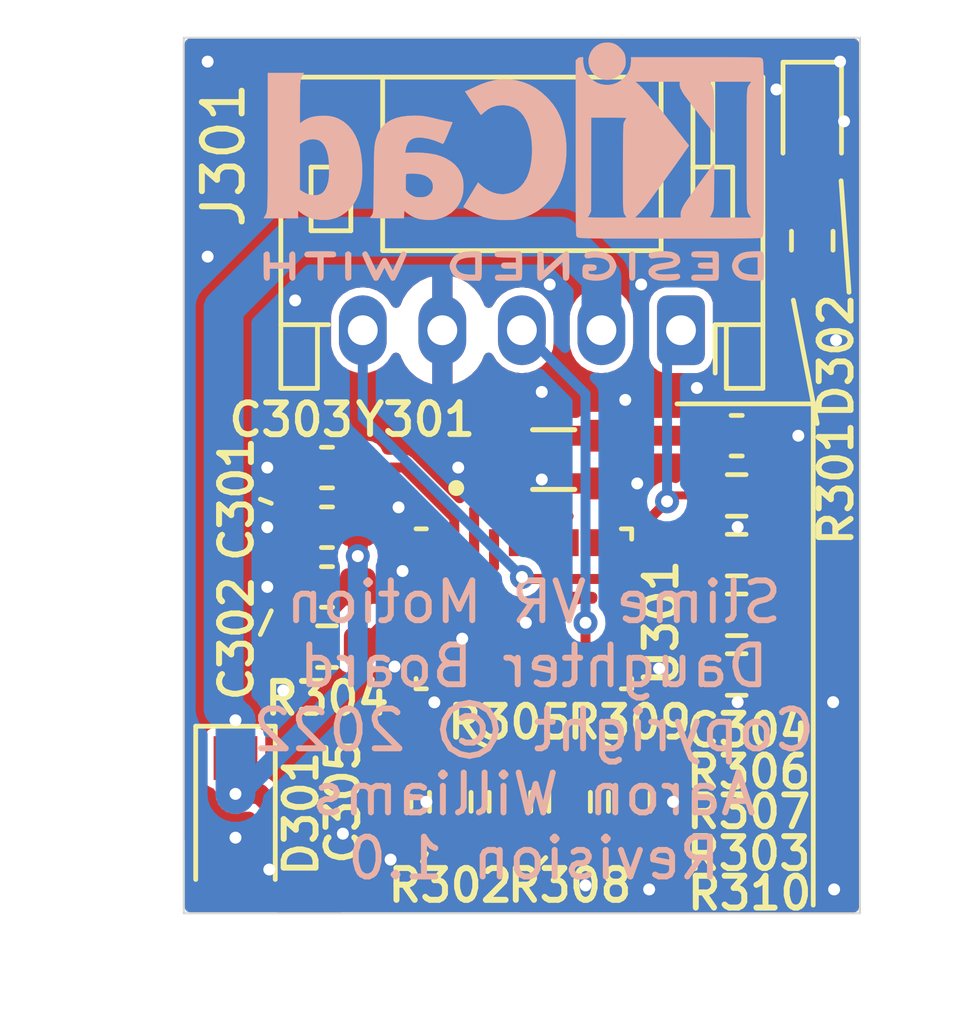
<source format=kicad_pcb>
(kicad_pcb (version 20211014) (generator pcbnew)
  (title_block (title "Slime VR Motion Daughter Board") (date "2022-03-03") (rev "1.0") (company "Copyright © 2022 Aaron Williams"))
  (layers (0 "F.Cu" mixed) (31 "B.Cu" mixed) (34 "B.Paste" user) (35 "F.Paste" user) (36 "B.SilkS" user "B.Silkscreen") (37 "F.SilkS" user "F.Silkscreen") (38 "B.Mask" user) (39 "F.Mask" user) (44 "Edge.Cuts" user))
  (net 0 "")
  (net 1 "+3V3")
  (net 2 "GND")
  (net 3 "Net-(D302-Pad2)")
  (net 4 "Net-(R303-Pad2)")
  (net 5 "Net-(R308-Pad2)")
  (net 6 "Net-(R309-Pad2)")
  (net 7 "Net-(R310-Pad2)")
  (net 17 "/CAP")
  (net 18 "/SDA")
  (net 19 "/~{INT1}")
  (net 20 "/SCL")
  (net 21 "/~{BNO_RESET}")
  (net 22 "/~{BNO_BOOT}")
  (net 23 "/B_CLK")
  (footprint "Resistor_SMD:R_0603_1608Metric" (layer "F.Cu") (at 73.8 39.1 -90)
    (fp_text reference "R301" (at 6.094261 -0.6 90) (layer "F.SilkS") (effects (font (size 0.8 0.8))))
    (fp_text value "330")
    (pad "1" smd roundrect (at -0.825 0 270) (size 0.8 0.95) (layers "F.Cu" "F.Paste" "F.Mask") (net 3 "Net-(D302-Pad2)"))
    (pad "2" smd roundrect (at 0.825 0 270) (size 0.8 0.95) (layers "F.Cu" "F.Paste" "F.Mask") (net 1 "+3V3"))
  )
  (footprint "Capacitor_SMD:C_0603_1608Metric" (layer "F.Cu") (at 61.6 44.8 180)
    (fp_text reference "C303" (at 0.9 1.2) (layer "F.SilkS") (effects (font (size 0.8 0.8))))
    (fp_text value "0.1uF")
    (pad "1" smd roundrect (at -0.775 0 180) (size 0.9 0.95) (layers "F.Cu" "F.Paste" "F.Mask") (net 1 "+3V3"))
    (pad "2" smd roundrect (at 0.775 0 180) (size 0.9 0.95) (layers "F.Cu" "F.Paste" "F.Mask") (net 2 "GND"))
  )
  (footprint "Package_LGA:LGA-28_5.2x3.8mm_P0.5mm" (layer "F.Cu") (at 66.55 48.35)
    (fp_text reference "U301" (at 3.45 0.35 90) (layer "F.SilkS") (effects (font (size 0.8 0.8))))
    (fp_text value "BNO085")
    (pad "1" smd rect (at -2.25 -1.6625) (size 0.254 0.675) (layers "F.Cu" "F.Paste" "F.Mask"))
    (pad "2" smd rect (at -2.3875 -0.75 90) (size 0.254 0.675) (layers "F.Cu" "F.Paste" "F.Mask") (net 2 "GND"))
    (pad "3" smd rect (at -2.3875 -0.25 90) (size 0.254 0.675) (layers "F.Cu" "F.Paste" "F.Mask") (net 1 "+3V3"))
    (pad "4" smd rect (at -2.3875 0.25 90) (size 0.254 0.675) (layers "F.Cu" "F.Paste" "F.Mask") (net 22 "/~{BNO_BOOT}"))
    (pad "5" smd rect (at -2.3875 0.75 90) (size 0.254 0.675) (layers "F.Cu" "F.Paste" "F.Mask") (net 2 "GND"))
    (pad "6" smd rect (at -2.25 1.6625) (size 0.254 0.675) (layers "F.Cu" "F.Paste" "F.Mask") (net 2 "GND"))
    (pad "7" smd rect (at -1.75 1.6625) (size 0.254 0.675) (layers "F.Cu" "F.Paste" "F.Mask"))
    (pad "8" smd rect (at -1.25 1.6625) (size 0.254 0.675) (layers "F.Cu" "F.Paste" "F.Mask"))
    (pad "9" smd rect (at -0.75 1.6625) (size 0.254 0.675) (layers "F.Cu" "F.Paste" "F.Mask") (net 17 "/CAP"))
    (pad "10" smd rect (at -0.25 1.6625) (size 0.254 0.675) (layers "F.Cu" "F.Paste" "F.Mask") (net 1 "+3V3"))
    (pad "11" smd rect (at 0.25 1.6625) (size 0.254 0.675) (layers "F.Cu" "F.Paste" "F.Mask") (net 21 "/~{BNO_RESET}"))
    (pad "12" smd rect (at 0.75 1.6625) (size 0.254 0.675) (layers "F.Cu" "F.Paste" "F.Mask"))
    (pad "13" smd rect (at 1.25 1.6625) (size 0.254 0.675) (layers "F.Cu" "F.Paste" "F.Mask"))
    (pad "14" smd rect (at 1.75 1.6625) (size 0.254 0.675) (layers "F.Cu" "F.Paste" "F.Mask") (net 19 "/~{INT1}"))
    (pad "15" smd rect (at 2.25 1.6625) (size 0.254 0.675) (layers "F.Cu" "F.Paste" "F.Mask") (net 5 "Net-(R308-Pad2)"))
    (pad "16" smd rect (at 2.3875 0.75 90) (size 0.254 0.675) (layers "F.Cu" "F.Paste" "F.Mask") (net 6 "Net-(R309-Pad2)"))
    (pad "17" smd rect (at 2.3875 0.25 90) (size 0.254 0.675) (layers "F.Cu" "F.Paste" "F.Mask") (net 7 "Net-(R310-Pad2)"))
    (pad "18" smd rect (at 2.3875 -0.25 90) (size 0.254 0.675) (layers "F.Cu" "F.Paste" "F.Mask") (net 4 "Net-(R303-Pad2)"))
    (pad "19" smd rect (at 2.3875 -0.75 90) (size 0.254 0.675) (layers "F.Cu" "F.Paste" "F.Mask") (net 20 "/SCL"))
    (pad "20" smd rect (at 2.25 -1.6625) (size 0.254 0.675) (layers "F.Cu" "F.Paste" "F.Mask") (net 18 "/SDA"))
    (pad "21" smd rect (at 1.75 -1.6625) (size 0.254 0.675) (layers "F.Cu" "F.Paste" "F.Mask"))
    (pad "22" smd rect (at 1.25 -1.6625) (size 0.254 0.675) (layers "F.Cu" "F.Paste" "F.Mask"))
    (pad "23" smd rect (at 0.75 -1.6625) (size 0.254 0.675) (layers "F.Cu" "F.Paste" "F.Mask"))
    (pad "24" smd rect (at 0.25 -1.6625) (size 0.254 0.675) (layers "F.Cu" "F.Paste" "F.Mask"))
    (pad "25" smd rect (at -0.25 -1.6625) (size 0.254 0.675) (layers "F.Cu" "F.Paste" "F.Mask") (net 2 "GND"))
    (pad "26" smd rect (at -0.75 -1.6625) (size 0.254 0.675) (layers "F.Cu" "F.Paste" "F.Mask") (net 1 "+3V3"))
    (pad "27" smd rect (at -1.25 -1.6625) (size 0.254 0.675) (layers "F.Cu" "F.Paste" "F.Mask") (net 23 "/B_CLK"))
    (pad "28" smd rect (at -1.75 -1.6625) (size 0.254 0.675) (layers "F.Cu" "F.Paste" "F.Mask") (net 1 "+3V3"))
  )
  (footprint "Capacitor_SMD:C_0603_1608Metric" (layer "F.Cu") (at 71.9 44)
    (fp_text reference "C304" (at 0.3 7.4) (layer "F.SilkS") (effects (font (size 0.8 0.8))))
    (fp_text value "0.1uF")
    (pad "1" smd roundrect (at -0.775 0) (size 0.9 0.95) (layers "F.Cu" "F.Paste" "F.Mask") (net 1 "+3V3"))
    (pad "2" smd roundrect (at 0.775 0) (size 0.9 0.95) (layers "F.Cu" "F.Paste" "F.Mask") (net 2 "GND"))
  )
  (footprint "Capacitor_SMD:C_0603_1608Metric" (layer "F.Cu") (at 61.6 47.8 180)
    (fp_text reference "C302" (at 2.275 -1.294261 90) (layer "F.SilkS") (effects (font (size 0.8 0.8))))
    (fp_text value "0.1uF")
    (pad "1" smd roundrect (at -0.775 0 180) (size 0.9 0.95) (layers "F.Cu" "F.Paste" "F.Mask") (net 1 "+3V3"))
    (pad "2" smd roundrect (at 0.775 0 180) (size 0.9 0.95) (layers "F.Cu" "F.Paste" "F.Mask") (net 2 "GND"))
  )
  (footprint "Connector_JST:JST_PH_S5B-PH-K_1x05_P2.00mm_Horizontal" (layer "F.Cu") (at 70.5 41.35 180)
    (fp_text reference "J301" (at 11.5 4.4 90) (layer "F.SilkS"))
    (fp_text value "External Motion")
    (pad "1" thru_hole roundrect (at 0 0 180) (size 1.2 1.75) (drill 0.75) (layers *.Cu *.Mask) (roundrect_rratio 0.2083333333) (net 18 "/SDA"))
    (pad "2" thru_hole oval (at 2 0 180) (size 1.2 1.75) (drill 0.75) (layers *.Cu *.Mask) (net 1 "+3V3"))
    (pad "3" thru_hole oval (at 4 0 180) (size 1.2 1.75) (drill 0.75) (layers *.Cu *.Mask) (net 19 "/~{INT1}"))
    (pad "4" thru_hole oval (at 6 0 180) (size 1.2 1.75) (drill 0.75) (layers *.Cu *.Mask) (net 2 "GND"))
    (pad "5" thru_hole oval (at 8 0 180) (size 1.2 1.75) (drill 0.75) (layers *.Cu *.Mask) (net 20 "/SCL"))
  )
  (footprint "Resistor_SMD:R_0603_1608Metric" (layer "F.Cu") (at 71.9 48.5 180)
    (fp_text reference "R303" (at -0.3 -6) (layer "F.SilkS") (effects (font (size 0.8 0.8))))
    (fp_text value "10K")
    (pad "1" smd roundrect (at -0.825 0 180) (size 0.8 0.95) (layers "F.Cu" "F.Paste" "F.Mask") (net 1 "+3V3"))
    (pad "2" smd roundrect (at 0.825 0 180) (size 0.8 0.95) (layers "F.Cu" "F.Paste" "F.Mask") (net 4 "Net-(R303-Pad2)"))
  )
  (footprint "LED_SMD:LED_0603_1608Metric" (layer "F.Cu") (at 73.8 36.1 -90)
    (fp_text reference "D302" (at 5.9 -0.6 90) (layer "F.SilkS") (effects (font (size 0.8 0.8))))
    (fp_text value "Green")
    (pad "1" smd roundrect (at -0.7875 0 270) (size 0.875 0.95) (layers "F.Cu" "F.Paste" "F.Mask") (net 2 "GND"))
    (pad "2" smd roundrect (at 0.7875 0 270) (size 0.875 0.95) (layers "F.Cu" "F.Paste" "F.Mask") (net 3 "Net-(D302-Pad2)"))
  )
  (footprint "Resistor_SMD:R_0603_1608Metric" (layer "F.Cu") (at 61.6 49.3)
    (fp_text reference "R304" (at 0 1.3) (layer "F.SilkS") (effects (font (size 0.8 0.8))))
    (fp_text value "10K")
    (pad "1" smd roundrect (at -0.825 0) (size 0.8 0.95) (layers "F.Cu" "F.Paste" "F.Mask") (net 1 "+3V3"))
    (pad "2" smd roundrect (at 0.825 0) (size 0.8 0.95) (layers "F.Cu" "F.Paste" "F.Mask") (net 22 "/~{BNO_BOOT}"))
  )
  (footprint "Resistor_SMD:R_0603_1608Metric" (layer "F.Cu") (at 71.9 45.5 180)
    (fp_text reference "R306" (at -0.3 -6.95) (layer "F.SilkS") (effects (font (size 0.8 0.8))))
    (fp_text value "2.2K")
    (pad "1" smd roundrect (at -0.825 0 180) (size 0.8 0.95) (layers "F.Cu" "F.Paste" "F.Mask") (net 1 "+3V3"))
    (pad "2" smd roundrect (at 0.825 0 180) (size 0.8 0.95) (layers "F.Cu" "F.Paste" "F.Mask") (net 18 "/SDA"))
  )
  (footprint "Resistor_SMD:R_0603_1608Metric" (layer "F.Cu") (at 69.2 53.2 90)
    (fp_text reference "R309" (at 2 0) (layer "F.SilkS") (effects (font (size 0.8 0.8))))
    (fp_text value "2.2K")
    (pad "1" smd roundrect (at -0.825 0 90) (size 0.8 0.95) (layers "F.Cu" "F.Paste" "F.Mask") (net 1 "+3V3"))
    (pad "2" smd roundrect (at 0.825 0 90) (size 0.8 0.95) (layers "F.Cu" "F.Paste" "F.Mask") (net 6 "Net-(R309-Pad2)"))
  )
  (footprint "Resistor_SMD:R_0603_1608Metric" (layer "F.Cu") (at 66.2 53.2 90)
    (fp_text reference "R305" (at 2 0) (layer "F.SilkS") (effects (font (size 0.8 0.8))))
    (fp_text value "10K")
    (pad "1" smd roundrect (at -0.825 0 90) (size 0.8 0.95) (layers "F.Cu" "F.Paste" "F.Mask") (net 1 "+3V3"))
    (pad "2" smd roundrect (at 0.825 0 90) (size 0.8 0.95) (layers "F.Cu" "F.Paste" "F.Mask") (net 19 "/~{INT1}"))
  )
  (footprint "Diode_SMD:D_SOD-123F" (layer "F.Cu") (at 59.3 53.5 -90)
    (fp_text reference "D301" (at 0 -1.65 90) (layer "F.SilkS") (effects (font (size 0.8 0.8))))
    (fp_text value "DSS12UTR")
    (pad "1" smd rect (at -1.4 0 270) (size 1.1 1.1) (layers "F.Cu" "F.Paste" "F.Mask") (net 1 "+3V3"))
    (pad "2" smd rect (at 1.4 0 270) (size 1.1 1.1) (layers "F.Cu" "F.Paste" "F.Mask") (net 2 "GND"))
  )
  (footprint "Resistor_SMD:R_0603_1608Metric" (layer "F.Cu") (at 71.9 47 180)
    (fp_text reference "R307" (at -0.3 -6.45) (layer "F.SilkS") (effects (font (size 0.8 0.8))))
    (fp_text value "2.2K")
    (pad "1" smd roundrect (at -0.825 0 180) (size 0.8 0.95) (layers "F.Cu" "F.Paste" "F.Mask") (net 1 "+3V3"))
    (pad "2" smd roundrect (at 0.825 0 180) (size 0.8 0.95) (layers "F.Cu" "F.Paste" "F.Mask") (net 20 "/SCL"))
  )
  (footprint "Capacitor_SMD:C_0603_1608Metric" (layer "F.Cu") (at 61.6 46.3 180)
    (fp_text reference "C301" (at 2.275 0.705739 90) (layer "F.SilkS") (effects (font (size 0.8 0.8))))
    (fp_text value "10uF 10V")
    (pad "1" smd roundrect (at -0.775 0 180) (size 0.9 0.95) (layers "F.Cu" "F.Paste" "F.Mask") (net 1 "+3V3"))
    (pad "2" smd roundrect (at 0.775 0 180) (size 0.9 0.95) (layers "F.Cu" "F.Paste" "F.Mask") (net 2 "GND"))
  )
  (footprint "Resistor_SMD:R_0603_1608Metric" (layer "F.Cu") (at 64.7 53.2 90)
    (fp_text reference "R302" (at -2.1 0) (layer "F.SilkS") (effects (font (size 0.8 0.8))))
    (fp_text value "10K")
    (pad "1" smd roundrect (at -0.825 0 90) (size 0.8 0.95) (layers "F.Cu" "F.Paste" "F.Mask") (net 1 "+3V3"))
    (pad "2" smd roundrect (at 0.825 0 90) (size 0.8 0.95) (layers "F.Cu" "F.Paste" "F.Mask") (net 21 "/~{BNO_RESET}"))
  )
  (footprint "Resistor_SMD:R_0603_1608Metric" (layer "F.Cu") (at 67.7 53.2 90)
    (fp_text reference "R308" (at -2.1 0) (layer "F.SilkS") (effects (font (size 0.8 0.8))))
    (fp_text value "2.2K")
    (pad "1" smd roundrect (at -0.825 0 90) (size 0.8 0.95) (layers "F.Cu" "F.Paste" "F.Mask") (net 1 "+3V3"))
    (pad "2" smd roundrect (at 0.825 0 90) (size 0.8 0.95) (layers "F.Cu" "F.Paste" "F.Mask") (net 5 "Net-(R308-Pad2)"))
  )
  (footprint "Resistor_SMD:R_0603_1608Metric" (layer "F.Cu") (at 71.9 50 180)
    (fp_text reference "R310" (at -0.325 -5.494261) (layer "F.SilkS") (effects (font (size 0.8 0.8))))
    (fp_text value "10K")
    (pad "1" smd roundrect (at -0.825 0 180) (size 0.8 0.95) (layers "F.Cu" "F.Paste" "F.Mask") (net 1 "+3V3"))
    (pad "2" smd roundrect (at 0.825 0 180) (size 0.8 0.95) (layers "F.Cu" "F.Paste" "F.Mask") (net 7 "Net-(R310-Pad2)"))
  )
  (footprint "Aaron:OSC_OM-7604-C7" (layer "F.Cu") (at 67.3 44.6)
    (fp_text reference "Y301" (at -3.475 -1.005739) (layer "F.SilkS") (effects (font (size 0.8 0.8))))
    (fp_text value "OM-7604-C7")
    (pad "1" smd rect locked (at -1.35 0.6) (size 1 0.8) (layers "F.Cu" "F.Paste" "F.Mask") (net 23 "/B_CLK"))
    (pad "2" smd rect locked (at 1.35 0.6) (size 1 0.8) (layers "F.Cu" "F.Paste" "F.Mask") (net 2 "GND"))
    (pad "3" smd rect locked (at 1.35 -0.6) (size 1 0.8) (layers "F.Cu" "F.Paste" "F.Mask") (net 1 "+3V3"))
    (pad "4" smd rect locked (at -1.35 -0.6) (size 1 0.8) (layers "F.Cu" "F.Paste" "F.Mask") (net 1 "+3V3"))
  )
  (footprint "Capacitor_SMD:C_0603_1608Metric" (layer "F.Cu") (at 63.2 53.2 -90)
    (fp_text reference "C305" (at 0 1.2 90) (layer "F.SilkS") (effects (font (size 0.8 0.8))))
    (fp_text value "0.1uF")
    (pad "1" smd roundrect (at -0.775 0 270) (size 0.9 0.95) (layers "F.Cu" "F.Paste" "F.Mask") (net 17 "/CAP"))
    (pad "2" smd roundrect (at 0.775 0 270) (size 0.9 0.95) (layers "F.Cu" "F.Paste" "F.Mask") (net 2 "GND"))
  )
  (footprint "Symbol:KiCad-Logo2_5mm_SilkScreen" (layer "B.Cu") (at 66.3 37.1 180)
    (fp_text reference "REF**" hide)
    (fp_text value "KiCad-Logo2_5mm_SilkScreen" hide)
  )
  (gr_line (start 66.9 54.8) (end 67.1 54.6) (layer "F.SilkS") (width 0.12))
  (gr_line (start 59.925 45.594261) (end 60.2 45.7) (layer "F.SilkS") (width 0.12))
  (gr_line (start 65.4 51.7) (end 65.6 51.8) (layer "F.SilkS") (width 0.12))
  (gr_line (start 73.825 43.2) (end 70.4 43.2) (layer "F.SilkS") (width 0.12))
  (gr_line (start 73.825 55.794261) (end 73.825 43.2) (layer "F.SilkS") (width 0.12))
  (gr_line (start 73.325 40.594261) (end 73.925 43.694261) (layer "F.SilkS") (width 0.12))
  (gr_line (start 68.5 51.7) (end 68.7 51.8) (layer "F.SilkS") (width 0.12))
  (gr_line (start 59.925 48.994261) (end 60.2 48.4) (layer "F.SilkS") (width 0.12))
  (gr_line (start 64 54.7) (end 64.1 54.5) (layer "F.SilkS") (width 0.12))
  (gr_line (start 74.725 40.394261) (end 74.525 37.594261) (layer "F.SilkS") (width 0.12))
  (gr_rect (start 58 34) (end 75 56) (layer "Edge.Cuts") (width 0.05) (fill none))
  (gr_text "Slime VR Motion\nDaughter Board\nCopyright © 2022\nAaron Williams\nRevision 1.0" (at 66.8 51.4) (layer "B.SilkS") (effects (font (size 1 1)) (justify mirror)))
  (segment (start 62.375 44.8) (end 63.526022 44.8) (width 0.25) (layer "F.Cu") (net 1))
  (segment (start 62.675 46) (end 62.375 46.3) (width 0.25) (layer "F.Cu") (net 1))
  (segment (start 62.375 45.525) (end 62.375 44.8) (width 0.5) (layer "F.Cu") (net 1))
  (segment (start 71.125 44) (end 72.725 45.6) (width 0.5) (layer "F.Cu") (net 1))
  (segment (start 66.1 55.4) (end 62.3 55.4) (width 0.5) (layer "F.Cu") (net 1))
  (segment (start 65.001022 48.1) (end 64.1625 48.1) (width 0.25) (layer "F.Cu") (net 1))
  (segment (start 66.3 49.398978) (end 65.001022 48.1) (width 0.25) (layer "F.Cu") (net 1))
  (segment (start 66.975 54.025) (end 66.975 54.525) (width 0.5) (layer "F.Cu") (net 1))
  (segment (start 59.3 52.1) (end 59.3 53) (width 0.5) (layer "F.Cu") (net 1))
  (segment (start 65.8 47.301022) (end 65.601022 47.5) (width 0.25) (layer "F.Cu") (net 1))
  (segment (start 64.998978 47.5) (end 64.8 47.301022) (width 0.25) (layer "F.Cu") (net 1))
  (segment (start 66.975 54.525) (end 66.1 55.4) (width 0.5) (layer "F.Cu") (net 1))
  (segment (start 65.95 44) (end 71.125 44) (width 0.5) (layer "F.Cu") (net 1))
  (segment (start 59.9 53) (end 59.3 53) (width 0.5) (layer "F.Cu") (net 1))
  (segment (start 72.725 50) (end 72.725 45.6) (width 0.5) (layer "F.Cu") (net 1))
  (segment (start 73.8 39.925) (end 73.8 41.325) (width 0.25) (layer "F.Cu") (net 1))
  (segment (start 72.725 50) (end 72.725 52.275) (width 0.5) (layer "F.Cu") (net 1))
  (segment (start 64.8 46.073978) (end 64.8 46.6875) (width 0.25) (layer "F.Cu") (net 1))
  (segment (start 60.875 49.3) (end 62.375 47.8) (width 0.25) (layer "F.Cu") (net 1))
  (segment (start 64.1625 48.1) (end 62.675 48.1) (width 0.25) (layer "F.Cu") (net 1))
  (segment (start 62.675 48.1) (end 62.375 47.8) (width 0.25) (layer "F.Cu") (net 1))
  (segment (start 73.8 41.325) (end 71.125 44) (width 0.25) (layer "F.Cu") (net 1))
  (segment (start 70.975 54.025) (end 69.2 54.025) (width 0.5) (layer "F.Cu") (net 1))
  (segment (start 72.725 52.275) (end 70.975 54.025) (width 0.5) (layer "F.Cu") (net 1))
  (segment (start 62.3 55.4) (end 59.9 53) (width 0.5) (layer "F.Cu") (net 1))
  (segment (start 64.8 47.301022) (end 64.8 46.6875) (width 0.25) (layer "F.Cu") (net 1))
  (segment (start 64.7 54.025) (end 66.975 54.025) (width 0.5) (layer "F.Cu") (net 1))
  (segment (start 66.3 50.0125) (end 66.3 49.398978) (width 0.25) (layer "F.Cu") (net 1))
  (segment (start 65.8 46.6875) (end 65.8 47.301022) (width 0.25) (layer "F.Cu") (net 1))
  (segment (start 60.775 49.3) (end 60.875 49.3) (width 0.25) (layer "F.Cu") (net 1))
  (segment (start 63.526022 44.8) (end 64.8 46.073978) (width 0.25) (layer "F.Cu") (net 1))
  (segment (start 62.375 47.8) (end 62.375 47.025) (width 0.5) (layer "F.Cu") (net 1))
  (segment (start 66.975 54.025) (end 69.2 54.025) (width 0.5) (layer "F.Cu") (net 1))
  (segment (start 59.3 52.1) (end 59.3 51.15) (width 0.5) (layer "F.Cu") (net 1))
  (segment (start 65.601022 47.5) (end 64.998978 47.5) (width 0.25) (layer "F.Cu") (net 1))
  (segment (start 62.375 47.025) (end 62.375 45.525) (width 0.5) (layer "F.Cu") (net 1))
  (via (at 62.375 47.025) (size 0.6) (drill 0.3) (layers "F.Cu" "B.Cu") (net 1))
  (via (at 59.3 53) (size 0.6) (drill 0.3) (layers "F.Cu" "B.Cu") (net 1))
  (via (at 59.3 51.15) (size 0.6) (drill 0.3) (layers "F.Cu" "B.Cu") (net 1))
  (segment (start 59 40.8) (end 59 50.85) (width 1) (layer "B.Cu") (net 1))
  (segment (start 59 50.85) (end 59.3 51.15) (width 1) (layer "B.Cu") (net 1))
  (segment (start 59.3 51.15) (end 59.3 53) (width 1) (layer "B.Cu") (net 1))
  (segment (start 67.475 39) (end 60.8 39) (width 1) (layer "B.Cu") (net 1))
  (segment (start 62.375 50.025) (end 59.4 53) (width 0.5) (layer "B.Cu") (net 1))
  (segment (start 68.5 41.35) (end 68.5 40.025) (width 1) (layer "B.Cu") (net 1))
  (segment (start 68.5 40.025) (end 67.475 39) (width 1) (layer "B.Cu") (net 1))
  (segment (start 62.375 47.025) (end 62.375 50.025) (width 0.5) (layer "B.Cu") (net 1))
  (segment (start 59.4 53) (end 59.3 53) (width 0.5) (layer "B.Cu") (net 1))
  (segment (start 60.8 39) (end 59 40.8) (width 1) (layer "B.Cu") (net 1))
  (segment (start 72.9125 35.3125) (end 72.9 35.3) (width 0.25) (layer "F.Cu") (net 2))
  (segment (start 66.774511 45.924511) (end 67 45.699022) (width 0.25) (layer "F.Cu") (net 2))
  (segment (start 67 45.699022) (end 67 45.1) (width 0.25) (layer "F.Cu") (net 2))
  (segment (start 66.3 46.6875) (end 66.3 46) (width 0.25) (layer "F.Cu") (net 2))
  (segment (start 66.375489 45.924511) (end 66.774511 45.924511) (width 0.25) (layer "F.Cu") (net 2))
  (segment (start 73.8 35.3125) (end 72.9125 35.3125) (width 0.25) (layer "F.Cu") (net 2))
  (segment (start 66.3 46) (end 66.375489 45.924511) (width 0.25) (layer "F.Cu") (net 2))
  (via (at 66.6 48.7) (size 0.6) (drill 0.3) (layers "F.Cu" "B.Cu") (net 2))
  (via (at 60.5 50.4) (size 0.6) (drill 0.3) (layers "F.Cu" "B.Cu") (net 2))
  (via (at 74.6 36.1) (size 0.6) (drill 0.3) (layers "F.Cu" "B.Cu") (net 2))
  (via (at 58.6 34.6) (size 0.6) (drill 0.3) (layers "F.Cu" "B.Cu") (net 2))
  (via (at 69.7 55.4) (size 0.6) (drill 0.3) (layers "F.Cu" "B.Cu") (net 2))
  (via (at 69.5 40.2) (size 0.6) (drill 0.3) (layers "F.Cu" "B.Cu") (net 2))
  (via (at 74.5 34.6) (size 0.6) (drill 0.3) (layers "F.Cu" "B.Cu") (net 2))
  (via (at 74.35 55.4) (size 0.6) (drill 0.3) (layers "F.Cu" "B.Cu") (net 2))
  (via (at 63.2 54.6505) (size 0.6) (drill 0.3) (layers "F.Cu" "B.Cu") (net 2))
  (via (at 67.2 40.2) (size 0.6) (drill 0.3) (layers "F.Cu" "B.Cu") (net 2))
  (via (at 60.15 54.9) (size 0.6) (drill 0.3) (layers "F.Cu" "B.Cu") (net 2))
  (via (at 58.6 39.5) (size 0.6) (drill 0.3) (layers "F.Cu" "B.Cu") (net 2))
  (via (at 70.9 42.8) (size 0.6) (drill 0.3) (layers "F.Cu" "B.Cu") (net 2))
  (via (at 64.3 50.7) (size 0.6) (drill 0.3) (layers "F.Cu" "B.Cu") (net 2))
  (via (at 59.3 54.0995) (size 0.6) (drill 0.3) (layers "F.Cu" "B.Cu") (net 2))
  (via (at 60.1 47.8) (size 0.6) (drill 0.3) (layers "F.Cu" "B.Cu") (net 2))
  (via (at 74.4 41.6) (size 0.6) (drill 0.3) (layers "F.Cu" "B.Cu") (net 2))
  (via (at 69.4 45.2) (size 0.6) (drill 0.3) (layers "F.Cu" "B.Cu") (net 2))
  (via (at 69.1 43.1) (size 0.6) (drill 0.3) (layers "F.Cu" "B.Cu") (net 2))
  (via (at 69.95 49.85) (size 0.6) (drill 0.3) (layers "F.Cu" "B.Cu") (net 2))
  (via (at 63.3 49.8) (size 0.6) (drill 0.3) (layers "F.Cu" "B.Cu") (net 2))
  (via (at 74.325 50.694261) (size 0.6) (drill 0.3) (layers "F.Cu" "B.Cu") (net 2))
  (via (at 72.9 35.3) (size 0.6) (drill 0.3) (layers "F.Cu" "B.Cu") (net 2))
  (via (at 73.45 44) (size 0.6) (drill 0.3) (layers "F.Cu" "B.Cu") (net 2))
  (via (at 60.1 46.3) (size 0.6) (drill 0.3) (layers "F.Cu" "B.Cu") (net 2))
  (via (at 65 49.1) (size 0.6) (drill 0.3) (layers "F.Cu" "B.Cu") (net 2))
  (via (at 67 42.9) (size 0.6) (drill 0.3) (layers "F.Cu" "B.Cu") (net 2))
  (via (at 64.1 53.2) (size 0.6) (drill 0.3) (layers "F.Cu" "B.Cu") (net 2))
  (via (at 64.9 44.8) (size 0.6) (drill 0.3) (layers "F.Cu" "B.Cu") (net 2))
  (via (at 70.3 53.2) (size 0.6) (drill 0.3) (layers "F.Cu" "B.Cu") (net 2))
  (via (at 63.5 47.4) (size 0.6) (drill 0.3) (layers "F.Cu" "B.Cu") (net 2))
  (via (at 68.1 55.3) (size 0.6) (drill 0.3) (layers "F.Cu" "B.Cu") (net 2))
  (via (at 63.4 45.8) (size 0.6) (drill 0.3) (layers "F.Cu" "B.Cu") (net 2))
  (via (at 60.8 40.6) (size 0.6) (drill 0.3) (layers "F.Cu" "B.Cu") (net 2))
  (via (at 67 45.1) (size 0.6) (drill 0.3) (layers "F.Cu" "B.Cu") (net 2))
  (via (at 71.925 46.294261) (size 0.6) (drill 0.3) (layers "F.Cu" "B.Cu") (net 2))
  (via (at 62 54) (size 0.6) (drill 0.3) (layers "F.Cu" "B.Cu") (net 2))
  (via (at 60.1 44.8) (size 0.6) (drill 0.3) (layers "F.Cu" "B.Cu") (net 2))
  (via (at 71.925 50.694261) (size 0.6) (drill 0.3) (layers "F.Cu" "B.Cu") (net 2))
  (segment (start 73.8 36.8875) (end 73.8 38.275) (width 0.25) (layer "F.Cu") (net 3))
  (segment (start 68.9375 48.1) (end 70.675 48.1) (width 0.25) (layer "F.Cu") (net 4))
  (segment (start 70.675 48.1) (end 71.075 48.5) (width 0.25) (layer "F.Cu") (net 4))
  (segment (start 68.8 50.0125) (end 68.8 51.275) (width 0.25) (layer "F.Cu") (net 5))
  (segment (start 68.8 51.275) (end 67.7 52.375) (width 0.25) (layer "F.Cu") (net 5))
  (segment (start 69.251511 49.414011) (end 69.251511 52.323489) (width 0.25) (layer "F.Cu") (net 6))
  (segment (start 69.251511 52.323489) (end 69.2 52.375) (width 0.25) (layer "F.Cu") (net 6))
  (segment (start 68.9375 49.1) (end 69.251511 49.414011) (width 0.25) (layer "F.Cu") (net 6))
  (segment (start 68.9375 48.6) (end 69.675 48.6) (width 0.25) (layer "F.Cu") (net 7))
  (segment (start 69.675 48.6) (end 71.075 50) (width 0.25) (layer "F.Cu") (net 7))
  (segment (start 63.97452 51.65048) (end 63.2 52.425) (width 0.25) (layer "F.Cu") (net 17))
  (segment (start 65.8 50.0125) (end 65.8 50.626022) (width 0.25) (layer "F.Cu") (net 17))
  (segment (start 64.775542 51.65048) (end 63.97452 51.65048) (width 0.25) (layer "F.Cu") (net 17))
  (segment (start 65.8 50.626022) (end 64.775542 51.65048) (width 0.25) (layer "F.Cu") (net 17))
  (segment (start 68.8 46.6875) (end 69.1125 46.6875) (width 0.25) (layer "F.Cu") (net 18))
  (segment (start 69.1125 46.6875) (end 70.2 45.6) (width 0.25) (layer "F.Cu") (net 18))
  (segment (start 70.3 45.5) (end 70.15 45.65) (width 0.2) (layer "F.Cu") (net 18))
  (segment (start 71.075 45.5) (end 70.3 45.5) (width 0.2) (layer "F.Cu") (net 18))
  (via (at 70.15 45.65) (size 0.6) (drill 0.3) (layers "F.Cu" "B.Cu") (net 18))
  (segment (start 70.15 45.65) (end 70.15 41.7) (width 0.25) (layer "B.Cu") (net 18))
  (segment (start 70.15 41.7) (end 70.5 41.35) (width 0.25) (layer "B.Cu") (net 18))
  (segment (start 70.35 41.35) (end 70.2 41.5) (width 0.25) (layer "B.Cu") (net 18))
  (segment (start 67.726022 51.2) (end 67.375 51.2) (width 0.25) (layer "F.Cu") (net 19))
  (segment (start 68.3 50.626022) (end 68.3 49.425) (width 0.25) (layer "F.Cu") (net 19))
  (segment (start 68.1 49.225) (end 68.1 48.7) (width 0.25) (layer "F.Cu") (net 19))
  (segment (start 68.3 49.425) (end 68.1 49.225) (width 0.25) (layer "F.Cu") (net 19))
  (segment (start 68.3 50.626022) (end 67.726022 51.2) (width 0.25) (layer "F.Cu") (net 19))
  (segment (start 67.375 51.2) (end 66.2 52.375) (width 0.25) (layer "F.Cu") (net 19))
  (via (at 68.1 48.7) (size 0.6) (drill 0.3) (layers "F.Cu" "B.Cu") (net 19))
  (segment (start 66.5 41.35) (end 68.1 42.95) (width 0.25) (layer "B.Cu") (net 19))
  (segment (start 68.1 42.95) (end 68.1 48.7) (width 0.25) (layer "B.Cu") (net 19))
  (segment (start 68.9375 47.6) (end 70.475 47.6) (width 0.25) (layer "F.Cu") (net 20))
  (segment (start 66.55 47.6) (end 66.5 47.55) (width 0.25) (layer "F.Cu") (net 20))
  (segment (start 68.9375 47.6) (end 66.55 47.6) (width 0.25) (layer "F.Cu") (net 20))
  (segment (start 70.475 47.6) (end 71.075 47) (width 0.25) (layer "F.Cu") (net 20))
  (via (at 66.5 47.55) (size 0.6) (drill 0.3) (layers "F.Cu" "B.Cu") (net 20))
  (segment (start 62.5 41.35) (end 62.5 43.55) (width 0.25) (layer "B.Cu") (net 20))
  (segment (start 62.5 43.55) (end 66.5 47.55) (width 0.25) (layer "B.Cu") (net 20))
  (segment (start 66.8 50.7) (end 66.8 50.0125) (width 0.25) (layer "F.Cu") (net 21))
  (segment (start 65.84952 51.65048) (end 66.8 50.7) (width 0.25) (layer "F.Cu") (net 21))
  (segment (start 65.42452 51.65048) (end 65.84952 51.65048) (width 0.25) (layer "F.Cu") (net 21))
  (segment (start 64.7 52.375) (end 65.42452 51.65048) (width 0.25) (layer "F.Cu") (net 21))
  (segment (start 64.1625 48.6) (end 63.125 48.6) (width 0.25) (layer "F.Cu") (net 22))
  (segment (start 63.125 48.6) (end 62.425 49.3) (width 0.25) (layer "F.Cu") (net 22))
  (segment (start 65.3 46.6875) (end 65.3 45.85) (width 0.25) (layer "F.Cu") (net 23))
  (segment (start 65.3 45.85) (end 65.95 45.2) (width 0.25) (layer "F.Cu") (net 23))
  (zone (net 2) (net_name "GND") (layers F&B.Cu) (connect_pads (clearance 0)) (min_thickness 0.254) (fill yes (thermal_gap 0.508) (thermal_bridge_width 0.508))
    (polygon (pts (xy 75 56) (xy 58 56) (xy 58 34) (xy 75 34)))
  )
  (zone (net 2) (net_name "GND") (layer "F.Cu") (connect_pads (clearance 0)) (min_thickness 0.254) (fill yes (thermal_gap 0.508) (thermal_bridge_width 0.508))
    (polygon (pts (xy 75 56) (xy 58 56) (xy 58 34) (xy 75 34)))
  )
)
</source>
